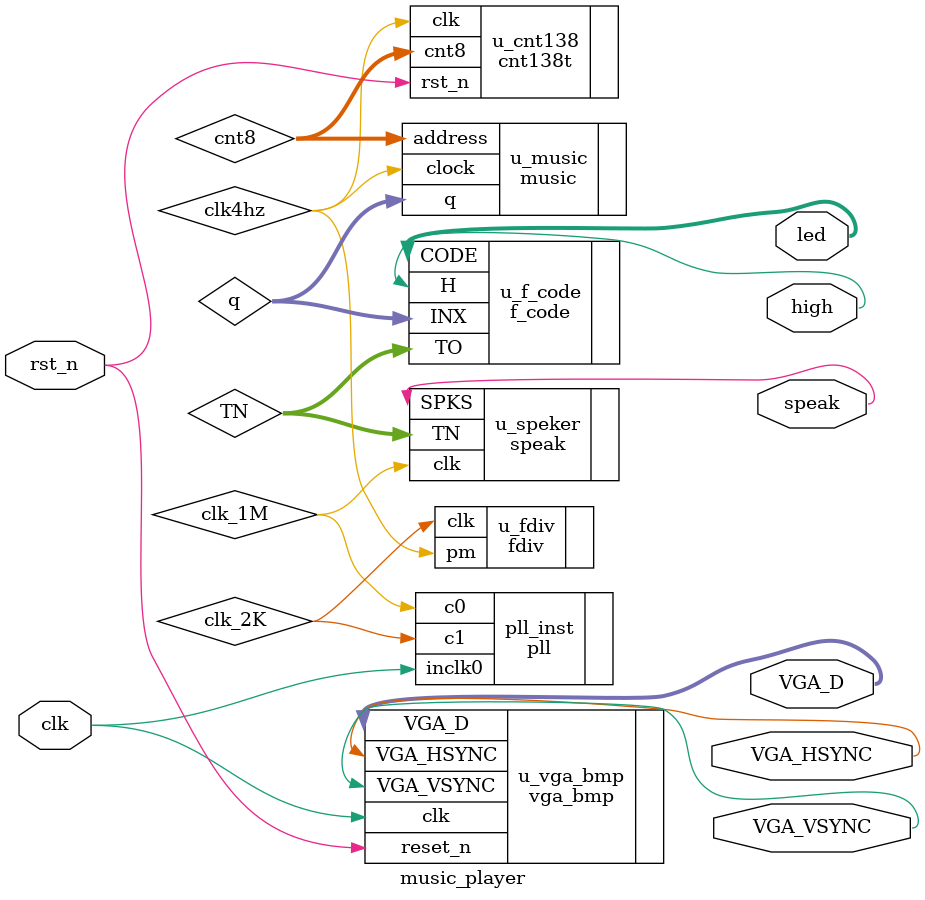
<source format=v>
module music_player(
	input					clk,
	input					rst_n,
	
	output				speak,
	output				high,
	output	[3:0]		led,
	
	output		 	   VGA_HSYNC,
	output 		 	   VGA_VSYNC,	
	output 	[11:0]   VGA_D
);

wire clk_1M;
wire clk_2K;
pll pll_inst(
	.inclk0  	(clk),
	.c0			(clk_1M),
	.c1			(clk_2K)
);

wire clk4hz;
fdiv u_fdiv(
	.clk			(clk_2K),
	.pm			(clk4hz)
);

wire [7:0] cnt8;
cnt138t u_cnt138(
	.clk			(clk4hz),
	.rst_n		(rst_n),
	.cnt8			(cnt8)
	);
	
wire [3:0] q;
music	u_music(
	.address 	(cnt8),
	.clock 		(clk4hz),
	.q 			(q)
);

wire [10:0] TN;
//wire [3:0] led;
//wire high;
f_code u_f_code(
	.INX			(q),
	.CODE			(led),
	.TO			(TN),
	.H				(high)
);

wire spk;
speak u_speker (
	.clk			(clk_1M),
	.TN			(TN),
	.SPKS			(speak)
);

wire Q;
DFF DFF1(
	.clk(spk),
	.D(!Q),
	.Q(Q)
);

assign SPK_KX = Q;

vga_bmp u_vga_bmp(
	.clk			(clk),
	.reset_n		(rst_n),
	
	.VGA_HSYNC	(VGA_HSYNC),
	.VGA_VSYNC	(VGA_VSYNC),
	
	.VGA_D		(VGA_D)			
);


//音响
//wire spk;
//speak u_speker (
//	.clk			(clk_1M),
//	.TN			(TN),
//	.SPKS			(spk)
//);
//
//wire Q;
//DFF DFF1(
//	.clk(spk),
//	.D(!Q),
//	.Q(Q)
//);
//
//assign speak = Q;



endmodule 
	

</source>
